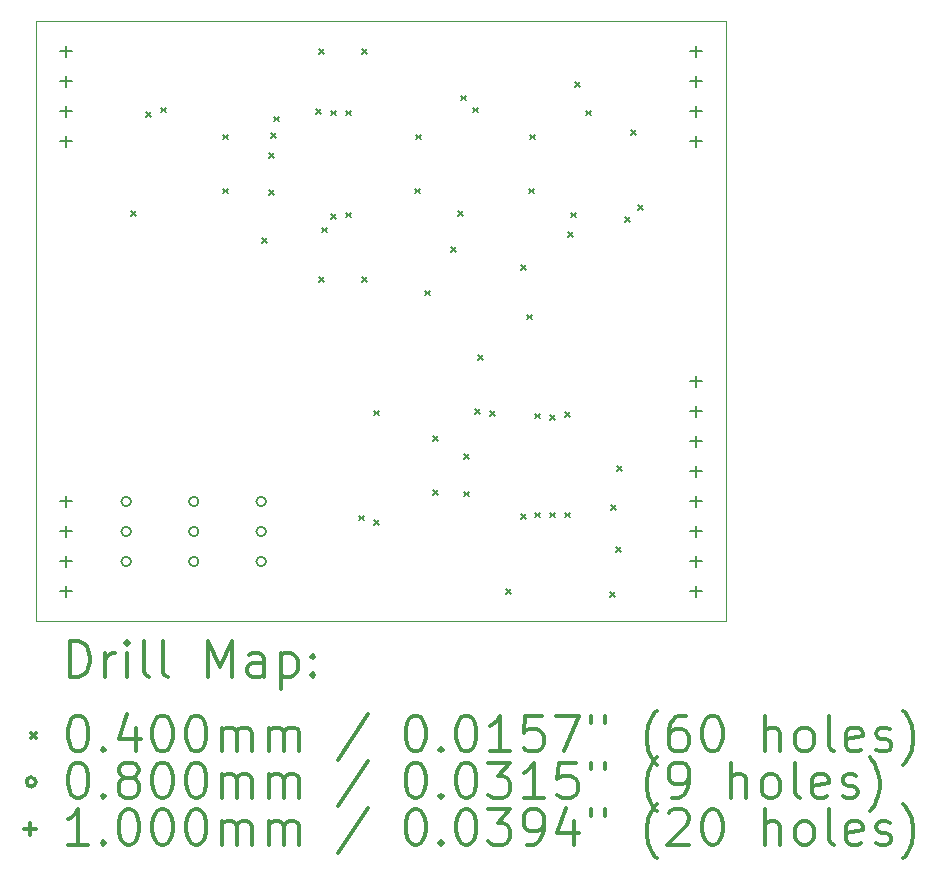
<source format=gbr>
%FSLAX45Y45*%
G04 Gerber Fmt 4.5, Leading zero omitted, Abs format (unit mm)*
G04 Created by KiCad (PCBNEW 5.1.10-88a1d61d58~90~ubuntu20.04.1) date 2021-09-06 13:30:36*
%MOMM*%
%LPD*%
G01*
G04 APERTURE LIST*
%TA.AperFunction,Profile*%
%ADD10C,0.050000*%
%TD*%
%ADD11C,0.200000*%
%ADD12C,0.300000*%
G04 APERTURE END LIST*
D10*
X14986000Y-6604000D02*
X9144000Y-6604000D01*
X14986000Y-11684000D02*
X14986000Y-6604000D01*
X9144000Y-11684000D02*
X14986000Y-11684000D01*
X9144000Y-6604000D02*
X9144000Y-11684000D01*
D11*
X9949500Y-8209600D02*
X9989500Y-8249600D01*
X9989500Y-8209600D02*
X9949500Y-8249600D01*
X10076500Y-7371400D02*
X10116500Y-7411400D01*
X10116500Y-7371400D02*
X10076500Y-7411400D01*
X10203500Y-7333300D02*
X10243500Y-7373300D01*
X10243500Y-7333300D02*
X10203500Y-7373300D01*
X10724200Y-7561900D02*
X10764200Y-7601900D01*
X10764200Y-7561900D02*
X10724200Y-7601900D01*
X10724200Y-8019100D02*
X10764200Y-8059100D01*
X10764200Y-8019100D02*
X10724200Y-8059100D01*
X11054400Y-8438200D02*
X11094400Y-8478200D01*
X11094400Y-8438200D02*
X11054400Y-8478200D01*
X11116600Y-7715600D02*
X11156600Y-7755600D01*
X11156600Y-7715600D02*
X11116600Y-7755600D01*
X11117900Y-8031800D02*
X11157900Y-8071800D01*
X11157900Y-8031800D02*
X11117900Y-8071800D01*
X11130600Y-7549200D02*
X11170600Y-7589200D01*
X11170600Y-7549200D02*
X11130600Y-7589200D01*
X11156000Y-7409500D02*
X11196000Y-7449500D01*
X11196000Y-7409500D02*
X11156000Y-7449500D01*
X11511600Y-7346000D02*
X11551600Y-7386000D01*
X11551600Y-7346000D02*
X11511600Y-7386000D01*
X11537000Y-6838000D02*
X11577000Y-6878000D01*
X11577000Y-6838000D02*
X11537000Y-6878000D01*
X11537000Y-8768400D02*
X11577000Y-8808400D01*
X11577000Y-8768400D02*
X11537000Y-8808400D01*
X11562400Y-8349300D02*
X11602400Y-8389300D01*
X11602400Y-8349300D02*
X11562400Y-8389300D01*
X11638600Y-7358700D02*
X11678600Y-7398700D01*
X11678600Y-7358700D02*
X11638600Y-7398700D01*
X11638600Y-8235000D02*
X11678600Y-8275000D01*
X11678600Y-8235000D02*
X11638600Y-8275000D01*
X11765600Y-7358700D02*
X11805600Y-7398700D01*
X11805600Y-7358700D02*
X11765600Y-7398700D01*
X11765600Y-8222300D02*
X11805600Y-8262300D01*
X11805600Y-8222300D02*
X11765600Y-8262300D01*
X11879900Y-10787700D02*
X11919900Y-10827700D01*
X11919900Y-10787700D02*
X11879900Y-10827700D01*
X11905300Y-6838000D02*
X11945300Y-6878000D01*
X11945300Y-6838000D02*
X11905300Y-6878000D01*
X11905300Y-8768400D02*
X11945300Y-8808400D01*
X11945300Y-8768400D02*
X11905300Y-8808400D01*
X12006900Y-9898700D02*
X12046900Y-9938700D01*
X12046900Y-9898700D02*
X12006900Y-9938700D01*
X12006900Y-10825800D02*
X12046900Y-10865800D01*
X12046900Y-10825800D02*
X12006900Y-10865800D01*
X12349800Y-8019100D02*
X12389800Y-8059100D01*
X12389800Y-8019100D02*
X12349800Y-8059100D01*
X12362500Y-7561900D02*
X12402500Y-7601900D01*
X12402500Y-7561900D02*
X12362500Y-7601900D01*
X12438700Y-8882700D02*
X12478700Y-8922700D01*
X12478700Y-8882700D02*
X12438700Y-8922700D01*
X12502200Y-10114600D02*
X12542200Y-10154600D01*
X12542200Y-10114600D02*
X12502200Y-10154600D01*
X12502200Y-10571800D02*
X12542200Y-10611800D01*
X12542200Y-10571800D02*
X12502200Y-10611800D01*
X12654600Y-8514400D02*
X12694600Y-8554400D01*
X12694600Y-8514400D02*
X12654600Y-8554400D01*
X12718100Y-8209600D02*
X12758100Y-8249600D01*
X12758100Y-8209600D02*
X12718100Y-8249600D01*
X12743500Y-7231700D02*
X12783500Y-7271700D01*
X12783500Y-7231700D02*
X12743500Y-7271700D01*
X12768900Y-10267000D02*
X12808900Y-10307000D01*
X12808900Y-10267000D02*
X12768900Y-10307000D01*
X12768900Y-10584500D02*
X12808900Y-10624500D01*
X12808900Y-10584500D02*
X12768900Y-10624500D01*
X12845100Y-7333299D02*
X12885100Y-7373299D01*
X12885100Y-7333299D02*
X12845100Y-7373299D01*
X12857800Y-9886000D02*
X12897800Y-9926000D01*
X12897800Y-9886000D02*
X12857800Y-9926000D01*
X12883200Y-9428800D02*
X12923200Y-9468800D01*
X12923200Y-9428800D02*
X12883200Y-9468800D01*
X12989900Y-9903800D02*
X13029900Y-9943800D01*
X13029900Y-9903800D02*
X12989900Y-9943800D01*
X13124500Y-11410000D02*
X13164500Y-11450000D01*
X13164500Y-11410000D02*
X13124500Y-11450000D01*
X13251500Y-8666800D02*
X13291500Y-8706800D01*
X13291500Y-8666800D02*
X13251500Y-8706800D01*
X13251500Y-10775000D02*
X13291500Y-10815000D01*
X13291500Y-10775000D02*
X13251500Y-10815000D01*
X13302300Y-9085900D02*
X13342300Y-9125900D01*
X13342300Y-9085900D02*
X13302300Y-9125900D01*
X13315000Y-8019100D02*
X13355000Y-8059100D01*
X13355000Y-8019100D02*
X13315000Y-8059100D01*
X13327700Y-7561900D02*
X13367700Y-7601900D01*
X13367700Y-7561900D02*
X13327700Y-7601900D01*
X13365800Y-9924100D02*
X13405800Y-9964100D01*
X13405800Y-9924100D02*
X13365800Y-9964100D01*
X13365800Y-10762300D02*
X13405800Y-10802300D01*
X13405800Y-10762300D02*
X13365800Y-10802300D01*
X13492800Y-9936800D02*
X13532800Y-9976800D01*
X13532800Y-9936800D02*
X13492800Y-9976800D01*
X13492800Y-10762300D02*
X13532800Y-10802300D01*
X13532800Y-10762300D02*
X13492800Y-10802300D01*
X13619800Y-9911400D02*
X13659800Y-9951400D01*
X13659800Y-9911400D02*
X13619800Y-9951400D01*
X13619800Y-10762300D02*
X13659800Y-10802300D01*
X13659800Y-10762300D02*
X13619800Y-10802300D01*
X13645200Y-8387400D02*
X13685200Y-8427400D01*
X13685200Y-8387400D02*
X13645200Y-8427400D01*
X13670600Y-8222300D02*
X13710600Y-8262300D01*
X13710600Y-8222300D02*
X13670600Y-8262300D01*
X13708700Y-7117400D02*
X13748700Y-7157400D01*
X13748700Y-7117400D02*
X13708700Y-7157400D01*
X13797600Y-7358700D02*
X13837600Y-7398700D01*
X13837600Y-7358700D02*
X13797600Y-7398700D01*
X14000800Y-11435400D02*
X14040800Y-11475400D01*
X14040800Y-11435400D02*
X14000800Y-11475400D01*
X14013500Y-10698800D02*
X14053500Y-10738800D01*
X14053500Y-10698800D02*
X14013500Y-10738800D01*
X14051600Y-11054400D02*
X14091600Y-11094400D01*
X14091600Y-11054400D02*
X14051600Y-11094400D01*
X14064300Y-10368600D02*
X14104300Y-10408600D01*
X14104300Y-10368600D02*
X14064300Y-10408600D01*
X14127800Y-8260400D02*
X14167800Y-8300400D01*
X14167800Y-8260400D02*
X14127800Y-8300400D01*
X14178600Y-7523800D02*
X14218600Y-7563800D01*
X14218600Y-7523800D02*
X14178600Y-7563800D01*
X14242100Y-8158800D02*
X14282100Y-8198800D01*
X14282100Y-8158800D02*
X14242100Y-8198800D01*
X9946000Y-10668000D02*
G75*
G03*
X9946000Y-10668000I-40000J0D01*
G01*
X9946000Y-10922000D02*
G75*
G03*
X9946000Y-10922000I-40000J0D01*
G01*
X9946000Y-11176000D02*
G75*
G03*
X9946000Y-11176000I-40000J0D01*
G01*
X10517500Y-10668000D02*
G75*
G03*
X10517500Y-10668000I-40000J0D01*
G01*
X10517500Y-10922000D02*
G75*
G03*
X10517500Y-10922000I-40000J0D01*
G01*
X10517500Y-11176000D02*
G75*
G03*
X10517500Y-11176000I-40000J0D01*
G01*
X11089000Y-10668000D02*
G75*
G03*
X11089000Y-10668000I-40000J0D01*
G01*
X11089000Y-10922000D02*
G75*
G03*
X11089000Y-10922000I-40000J0D01*
G01*
X11089000Y-11176000D02*
G75*
G03*
X11089000Y-11176000I-40000J0D01*
G01*
X9398000Y-6808000D02*
X9398000Y-6908000D01*
X9348000Y-6858000D02*
X9448000Y-6858000D01*
X9398000Y-7062000D02*
X9398000Y-7162000D01*
X9348000Y-7112000D02*
X9448000Y-7112000D01*
X9398000Y-7316000D02*
X9398000Y-7416000D01*
X9348000Y-7366000D02*
X9448000Y-7366000D01*
X9398000Y-7570000D02*
X9398000Y-7670000D01*
X9348000Y-7620000D02*
X9448000Y-7620000D01*
X9398000Y-10618000D02*
X9398000Y-10718000D01*
X9348000Y-10668000D02*
X9448000Y-10668000D01*
X9398000Y-10872000D02*
X9398000Y-10972000D01*
X9348000Y-10922000D02*
X9448000Y-10922000D01*
X9398000Y-11126000D02*
X9398000Y-11226000D01*
X9348000Y-11176000D02*
X9448000Y-11176000D01*
X9398000Y-11380000D02*
X9398000Y-11480000D01*
X9348000Y-11430000D02*
X9448000Y-11430000D01*
X14732000Y-6808000D02*
X14732000Y-6908000D01*
X14682000Y-6858000D02*
X14782000Y-6858000D01*
X14732000Y-7062000D02*
X14732000Y-7162000D01*
X14682000Y-7112000D02*
X14782000Y-7112000D01*
X14732000Y-7316000D02*
X14732000Y-7416000D01*
X14682000Y-7366000D02*
X14782000Y-7366000D01*
X14732000Y-7570000D02*
X14732000Y-7670000D01*
X14682000Y-7620000D02*
X14782000Y-7620000D01*
X14732000Y-9602000D02*
X14732000Y-9702000D01*
X14682000Y-9652000D02*
X14782000Y-9652000D01*
X14732000Y-9856000D02*
X14732000Y-9956000D01*
X14682000Y-9906000D02*
X14782000Y-9906000D01*
X14732000Y-10110000D02*
X14732000Y-10210000D01*
X14682000Y-10160000D02*
X14782000Y-10160000D01*
X14732000Y-10364000D02*
X14732000Y-10464000D01*
X14682000Y-10414000D02*
X14782000Y-10414000D01*
X14732000Y-10618000D02*
X14732000Y-10718000D01*
X14682000Y-10668000D02*
X14782000Y-10668000D01*
X14732000Y-10872000D02*
X14732000Y-10972000D01*
X14682000Y-10922000D02*
X14782000Y-10922000D01*
X14732000Y-11126000D02*
X14732000Y-11226000D01*
X14682000Y-11176000D02*
X14782000Y-11176000D01*
X14732000Y-11380000D02*
X14732000Y-11480000D01*
X14682000Y-11430000D02*
X14782000Y-11430000D01*
D12*
X9427928Y-12152214D02*
X9427928Y-11852214D01*
X9499357Y-11852214D01*
X9542214Y-11866500D01*
X9570786Y-11895071D01*
X9585071Y-11923643D01*
X9599357Y-11980786D01*
X9599357Y-12023643D01*
X9585071Y-12080786D01*
X9570786Y-12109357D01*
X9542214Y-12137929D01*
X9499357Y-12152214D01*
X9427928Y-12152214D01*
X9727928Y-12152214D02*
X9727928Y-11952214D01*
X9727928Y-12009357D02*
X9742214Y-11980786D01*
X9756500Y-11966500D01*
X9785071Y-11952214D01*
X9813643Y-11952214D01*
X9913643Y-12152214D02*
X9913643Y-11952214D01*
X9913643Y-11852214D02*
X9899357Y-11866500D01*
X9913643Y-11880786D01*
X9927928Y-11866500D01*
X9913643Y-11852214D01*
X9913643Y-11880786D01*
X10099357Y-12152214D02*
X10070786Y-12137929D01*
X10056500Y-12109357D01*
X10056500Y-11852214D01*
X10256500Y-12152214D02*
X10227928Y-12137929D01*
X10213643Y-12109357D01*
X10213643Y-11852214D01*
X10599357Y-12152214D02*
X10599357Y-11852214D01*
X10699357Y-12066500D01*
X10799357Y-11852214D01*
X10799357Y-12152214D01*
X11070786Y-12152214D02*
X11070786Y-11995071D01*
X11056500Y-11966500D01*
X11027928Y-11952214D01*
X10970786Y-11952214D01*
X10942214Y-11966500D01*
X11070786Y-12137929D02*
X11042214Y-12152214D01*
X10970786Y-12152214D01*
X10942214Y-12137929D01*
X10927928Y-12109357D01*
X10927928Y-12080786D01*
X10942214Y-12052214D01*
X10970786Y-12037929D01*
X11042214Y-12037929D01*
X11070786Y-12023643D01*
X11213643Y-11952214D02*
X11213643Y-12252214D01*
X11213643Y-11966500D02*
X11242214Y-11952214D01*
X11299357Y-11952214D01*
X11327928Y-11966500D01*
X11342214Y-11980786D01*
X11356500Y-12009357D01*
X11356500Y-12095071D01*
X11342214Y-12123643D01*
X11327928Y-12137929D01*
X11299357Y-12152214D01*
X11242214Y-12152214D01*
X11213643Y-12137929D01*
X11485071Y-12123643D02*
X11499357Y-12137929D01*
X11485071Y-12152214D01*
X11470786Y-12137929D01*
X11485071Y-12123643D01*
X11485071Y-12152214D01*
X11485071Y-11966500D02*
X11499357Y-11980786D01*
X11485071Y-11995071D01*
X11470786Y-11980786D01*
X11485071Y-11966500D01*
X11485071Y-11995071D01*
X9101500Y-12626500D02*
X9141500Y-12666500D01*
X9141500Y-12626500D02*
X9101500Y-12666500D01*
X9485071Y-12482214D02*
X9513643Y-12482214D01*
X9542214Y-12496500D01*
X9556500Y-12510786D01*
X9570786Y-12539357D01*
X9585071Y-12596500D01*
X9585071Y-12667929D01*
X9570786Y-12725071D01*
X9556500Y-12753643D01*
X9542214Y-12767929D01*
X9513643Y-12782214D01*
X9485071Y-12782214D01*
X9456500Y-12767929D01*
X9442214Y-12753643D01*
X9427928Y-12725071D01*
X9413643Y-12667929D01*
X9413643Y-12596500D01*
X9427928Y-12539357D01*
X9442214Y-12510786D01*
X9456500Y-12496500D01*
X9485071Y-12482214D01*
X9713643Y-12753643D02*
X9727928Y-12767929D01*
X9713643Y-12782214D01*
X9699357Y-12767929D01*
X9713643Y-12753643D01*
X9713643Y-12782214D01*
X9985071Y-12582214D02*
X9985071Y-12782214D01*
X9913643Y-12467929D02*
X9842214Y-12682214D01*
X10027928Y-12682214D01*
X10199357Y-12482214D02*
X10227928Y-12482214D01*
X10256500Y-12496500D01*
X10270786Y-12510786D01*
X10285071Y-12539357D01*
X10299357Y-12596500D01*
X10299357Y-12667929D01*
X10285071Y-12725071D01*
X10270786Y-12753643D01*
X10256500Y-12767929D01*
X10227928Y-12782214D01*
X10199357Y-12782214D01*
X10170786Y-12767929D01*
X10156500Y-12753643D01*
X10142214Y-12725071D01*
X10127928Y-12667929D01*
X10127928Y-12596500D01*
X10142214Y-12539357D01*
X10156500Y-12510786D01*
X10170786Y-12496500D01*
X10199357Y-12482214D01*
X10485071Y-12482214D02*
X10513643Y-12482214D01*
X10542214Y-12496500D01*
X10556500Y-12510786D01*
X10570786Y-12539357D01*
X10585071Y-12596500D01*
X10585071Y-12667929D01*
X10570786Y-12725071D01*
X10556500Y-12753643D01*
X10542214Y-12767929D01*
X10513643Y-12782214D01*
X10485071Y-12782214D01*
X10456500Y-12767929D01*
X10442214Y-12753643D01*
X10427928Y-12725071D01*
X10413643Y-12667929D01*
X10413643Y-12596500D01*
X10427928Y-12539357D01*
X10442214Y-12510786D01*
X10456500Y-12496500D01*
X10485071Y-12482214D01*
X10713643Y-12782214D02*
X10713643Y-12582214D01*
X10713643Y-12610786D02*
X10727928Y-12596500D01*
X10756500Y-12582214D01*
X10799357Y-12582214D01*
X10827928Y-12596500D01*
X10842214Y-12625071D01*
X10842214Y-12782214D01*
X10842214Y-12625071D02*
X10856500Y-12596500D01*
X10885071Y-12582214D01*
X10927928Y-12582214D01*
X10956500Y-12596500D01*
X10970786Y-12625071D01*
X10970786Y-12782214D01*
X11113643Y-12782214D02*
X11113643Y-12582214D01*
X11113643Y-12610786D02*
X11127928Y-12596500D01*
X11156500Y-12582214D01*
X11199357Y-12582214D01*
X11227928Y-12596500D01*
X11242214Y-12625071D01*
X11242214Y-12782214D01*
X11242214Y-12625071D02*
X11256500Y-12596500D01*
X11285071Y-12582214D01*
X11327928Y-12582214D01*
X11356500Y-12596500D01*
X11370786Y-12625071D01*
X11370786Y-12782214D01*
X11956500Y-12467929D02*
X11699357Y-12853643D01*
X12342214Y-12482214D02*
X12370786Y-12482214D01*
X12399357Y-12496500D01*
X12413643Y-12510786D01*
X12427928Y-12539357D01*
X12442214Y-12596500D01*
X12442214Y-12667929D01*
X12427928Y-12725071D01*
X12413643Y-12753643D01*
X12399357Y-12767929D01*
X12370786Y-12782214D01*
X12342214Y-12782214D01*
X12313643Y-12767929D01*
X12299357Y-12753643D01*
X12285071Y-12725071D01*
X12270786Y-12667929D01*
X12270786Y-12596500D01*
X12285071Y-12539357D01*
X12299357Y-12510786D01*
X12313643Y-12496500D01*
X12342214Y-12482214D01*
X12570786Y-12753643D02*
X12585071Y-12767929D01*
X12570786Y-12782214D01*
X12556500Y-12767929D01*
X12570786Y-12753643D01*
X12570786Y-12782214D01*
X12770786Y-12482214D02*
X12799357Y-12482214D01*
X12827928Y-12496500D01*
X12842214Y-12510786D01*
X12856500Y-12539357D01*
X12870786Y-12596500D01*
X12870786Y-12667929D01*
X12856500Y-12725071D01*
X12842214Y-12753643D01*
X12827928Y-12767929D01*
X12799357Y-12782214D01*
X12770786Y-12782214D01*
X12742214Y-12767929D01*
X12727928Y-12753643D01*
X12713643Y-12725071D01*
X12699357Y-12667929D01*
X12699357Y-12596500D01*
X12713643Y-12539357D01*
X12727928Y-12510786D01*
X12742214Y-12496500D01*
X12770786Y-12482214D01*
X13156500Y-12782214D02*
X12985071Y-12782214D01*
X13070786Y-12782214D02*
X13070786Y-12482214D01*
X13042214Y-12525071D01*
X13013643Y-12553643D01*
X12985071Y-12567929D01*
X13427928Y-12482214D02*
X13285071Y-12482214D01*
X13270786Y-12625071D01*
X13285071Y-12610786D01*
X13313643Y-12596500D01*
X13385071Y-12596500D01*
X13413643Y-12610786D01*
X13427928Y-12625071D01*
X13442214Y-12653643D01*
X13442214Y-12725071D01*
X13427928Y-12753643D01*
X13413643Y-12767929D01*
X13385071Y-12782214D01*
X13313643Y-12782214D01*
X13285071Y-12767929D01*
X13270786Y-12753643D01*
X13542214Y-12482214D02*
X13742214Y-12482214D01*
X13613643Y-12782214D01*
X13842214Y-12482214D02*
X13842214Y-12539357D01*
X13956500Y-12482214D02*
X13956500Y-12539357D01*
X14399357Y-12896500D02*
X14385071Y-12882214D01*
X14356500Y-12839357D01*
X14342214Y-12810786D01*
X14327928Y-12767929D01*
X14313643Y-12696500D01*
X14313643Y-12639357D01*
X14327928Y-12567929D01*
X14342214Y-12525071D01*
X14356500Y-12496500D01*
X14385071Y-12453643D01*
X14399357Y-12439357D01*
X14642214Y-12482214D02*
X14585071Y-12482214D01*
X14556500Y-12496500D01*
X14542214Y-12510786D01*
X14513643Y-12553643D01*
X14499357Y-12610786D01*
X14499357Y-12725071D01*
X14513643Y-12753643D01*
X14527928Y-12767929D01*
X14556500Y-12782214D01*
X14613643Y-12782214D01*
X14642214Y-12767929D01*
X14656500Y-12753643D01*
X14670786Y-12725071D01*
X14670786Y-12653643D01*
X14656500Y-12625071D01*
X14642214Y-12610786D01*
X14613643Y-12596500D01*
X14556500Y-12596500D01*
X14527928Y-12610786D01*
X14513643Y-12625071D01*
X14499357Y-12653643D01*
X14856500Y-12482214D02*
X14885071Y-12482214D01*
X14913643Y-12496500D01*
X14927928Y-12510786D01*
X14942214Y-12539357D01*
X14956500Y-12596500D01*
X14956500Y-12667929D01*
X14942214Y-12725071D01*
X14927928Y-12753643D01*
X14913643Y-12767929D01*
X14885071Y-12782214D01*
X14856500Y-12782214D01*
X14827928Y-12767929D01*
X14813643Y-12753643D01*
X14799357Y-12725071D01*
X14785071Y-12667929D01*
X14785071Y-12596500D01*
X14799357Y-12539357D01*
X14813643Y-12510786D01*
X14827928Y-12496500D01*
X14856500Y-12482214D01*
X15313643Y-12782214D02*
X15313643Y-12482214D01*
X15442214Y-12782214D02*
X15442214Y-12625071D01*
X15427928Y-12596500D01*
X15399357Y-12582214D01*
X15356500Y-12582214D01*
X15327928Y-12596500D01*
X15313643Y-12610786D01*
X15627928Y-12782214D02*
X15599357Y-12767929D01*
X15585071Y-12753643D01*
X15570786Y-12725071D01*
X15570786Y-12639357D01*
X15585071Y-12610786D01*
X15599357Y-12596500D01*
X15627928Y-12582214D01*
X15670786Y-12582214D01*
X15699357Y-12596500D01*
X15713643Y-12610786D01*
X15727928Y-12639357D01*
X15727928Y-12725071D01*
X15713643Y-12753643D01*
X15699357Y-12767929D01*
X15670786Y-12782214D01*
X15627928Y-12782214D01*
X15899357Y-12782214D02*
X15870786Y-12767929D01*
X15856500Y-12739357D01*
X15856500Y-12482214D01*
X16127928Y-12767929D02*
X16099357Y-12782214D01*
X16042214Y-12782214D01*
X16013643Y-12767929D01*
X15999357Y-12739357D01*
X15999357Y-12625071D01*
X16013643Y-12596500D01*
X16042214Y-12582214D01*
X16099357Y-12582214D01*
X16127928Y-12596500D01*
X16142214Y-12625071D01*
X16142214Y-12653643D01*
X15999357Y-12682214D01*
X16256500Y-12767929D02*
X16285071Y-12782214D01*
X16342214Y-12782214D01*
X16370786Y-12767929D01*
X16385071Y-12739357D01*
X16385071Y-12725071D01*
X16370786Y-12696500D01*
X16342214Y-12682214D01*
X16299357Y-12682214D01*
X16270786Y-12667929D01*
X16256500Y-12639357D01*
X16256500Y-12625071D01*
X16270786Y-12596500D01*
X16299357Y-12582214D01*
X16342214Y-12582214D01*
X16370786Y-12596500D01*
X16485071Y-12896500D02*
X16499357Y-12882214D01*
X16527928Y-12839357D01*
X16542214Y-12810786D01*
X16556500Y-12767929D01*
X16570786Y-12696500D01*
X16570786Y-12639357D01*
X16556500Y-12567929D01*
X16542214Y-12525071D01*
X16527928Y-12496500D01*
X16499357Y-12453643D01*
X16485071Y-12439357D01*
X9141500Y-13042500D02*
G75*
G03*
X9141500Y-13042500I-40000J0D01*
G01*
X9485071Y-12878214D02*
X9513643Y-12878214D01*
X9542214Y-12892500D01*
X9556500Y-12906786D01*
X9570786Y-12935357D01*
X9585071Y-12992500D01*
X9585071Y-13063929D01*
X9570786Y-13121071D01*
X9556500Y-13149643D01*
X9542214Y-13163929D01*
X9513643Y-13178214D01*
X9485071Y-13178214D01*
X9456500Y-13163929D01*
X9442214Y-13149643D01*
X9427928Y-13121071D01*
X9413643Y-13063929D01*
X9413643Y-12992500D01*
X9427928Y-12935357D01*
X9442214Y-12906786D01*
X9456500Y-12892500D01*
X9485071Y-12878214D01*
X9713643Y-13149643D02*
X9727928Y-13163929D01*
X9713643Y-13178214D01*
X9699357Y-13163929D01*
X9713643Y-13149643D01*
X9713643Y-13178214D01*
X9899357Y-13006786D02*
X9870786Y-12992500D01*
X9856500Y-12978214D01*
X9842214Y-12949643D01*
X9842214Y-12935357D01*
X9856500Y-12906786D01*
X9870786Y-12892500D01*
X9899357Y-12878214D01*
X9956500Y-12878214D01*
X9985071Y-12892500D01*
X9999357Y-12906786D01*
X10013643Y-12935357D01*
X10013643Y-12949643D01*
X9999357Y-12978214D01*
X9985071Y-12992500D01*
X9956500Y-13006786D01*
X9899357Y-13006786D01*
X9870786Y-13021071D01*
X9856500Y-13035357D01*
X9842214Y-13063929D01*
X9842214Y-13121071D01*
X9856500Y-13149643D01*
X9870786Y-13163929D01*
X9899357Y-13178214D01*
X9956500Y-13178214D01*
X9985071Y-13163929D01*
X9999357Y-13149643D01*
X10013643Y-13121071D01*
X10013643Y-13063929D01*
X9999357Y-13035357D01*
X9985071Y-13021071D01*
X9956500Y-13006786D01*
X10199357Y-12878214D02*
X10227928Y-12878214D01*
X10256500Y-12892500D01*
X10270786Y-12906786D01*
X10285071Y-12935357D01*
X10299357Y-12992500D01*
X10299357Y-13063929D01*
X10285071Y-13121071D01*
X10270786Y-13149643D01*
X10256500Y-13163929D01*
X10227928Y-13178214D01*
X10199357Y-13178214D01*
X10170786Y-13163929D01*
X10156500Y-13149643D01*
X10142214Y-13121071D01*
X10127928Y-13063929D01*
X10127928Y-12992500D01*
X10142214Y-12935357D01*
X10156500Y-12906786D01*
X10170786Y-12892500D01*
X10199357Y-12878214D01*
X10485071Y-12878214D02*
X10513643Y-12878214D01*
X10542214Y-12892500D01*
X10556500Y-12906786D01*
X10570786Y-12935357D01*
X10585071Y-12992500D01*
X10585071Y-13063929D01*
X10570786Y-13121071D01*
X10556500Y-13149643D01*
X10542214Y-13163929D01*
X10513643Y-13178214D01*
X10485071Y-13178214D01*
X10456500Y-13163929D01*
X10442214Y-13149643D01*
X10427928Y-13121071D01*
X10413643Y-13063929D01*
X10413643Y-12992500D01*
X10427928Y-12935357D01*
X10442214Y-12906786D01*
X10456500Y-12892500D01*
X10485071Y-12878214D01*
X10713643Y-13178214D02*
X10713643Y-12978214D01*
X10713643Y-13006786D02*
X10727928Y-12992500D01*
X10756500Y-12978214D01*
X10799357Y-12978214D01*
X10827928Y-12992500D01*
X10842214Y-13021071D01*
X10842214Y-13178214D01*
X10842214Y-13021071D02*
X10856500Y-12992500D01*
X10885071Y-12978214D01*
X10927928Y-12978214D01*
X10956500Y-12992500D01*
X10970786Y-13021071D01*
X10970786Y-13178214D01*
X11113643Y-13178214D02*
X11113643Y-12978214D01*
X11113643Y-13006786D02*
X11127928Y-12992500D01*
X11156500Y-12978214D01*
X11199357Y-12978214D01*
X11227928Y-12992500D01*
X11242214Y-13021071D01*
X11242214Y-13178214D01*
X11242214Y-13021071D02*
X11256500Y-12992500D01*
X11285071Y-12978214D01*
X11327928Y-12978214D01*
X11356500Y-12992500D01*
X11370786Y-13021071D01*
X11370786Y-13178214D01*
X11956500Y-12863929D02*
X11699357Y-13249643D01*
X12342214Y-12878214D02*
X12370786Y-12878214D01*
X12399357Y-12892500D01*
X12413643Y-12906786D01*
X12427928Y-12935357D01*
X12442214Y-12992500D01*
X12442214Y-13063929D01*
X12427928Y-13121071D01*
X12413643Y-13149643D01*
X12399357Y-13163929D01*
X12370786Y-13178214D01*
X12342214Y-13178214D01*
X12313643Y-13163929D01*
X12299357Y-13149643D01*
X12285071Y-13121071D01*
X12270786Y-13063929D01*
X12270786Y-12992500D01*
X12285071Y-12935357D01*
X12299357Y-12906786D01*
X12313643Y-12892500D01*
X12342214Y-12878214D01*
X12570786Y-13149643D02*
X12585071Y-13163929D01*
X12570786Y-13178214D01*
X12556500Y-13163929D01*
X12570786Y-13149643D01*
X12570786Y-13178214D01*
X12770786Y-12878214D02*
X12799357Y-12878214D01*
X12827928Y-12892500D01*
X12842214Y-12906786D01*
X12856500Y-12935357D01*
X12870786Y-12992500D01*
X12870786Y-13063929D01*
X12856500Y-13121071D01*
X12842214Y-13149643D01*
X12827928Y-13163929D01*
X12799357Y-13178214D01*
X12770786Y-13178214D01*
X12742214Y-13163929D01*
X12727928Y-13149643D01*
X12713643Y-13121071D01*
X12699357Y-13063929D01*
X12699357Y-12992500D01*
X12713643Y-12935357D01*
X12727928Y-12906786D01*
X12742214Y-12892500D01*
X12770786Y-12878214D01*
X12970786Y-12878214D02*
X13156500Y-12878214D01*
X13056500Y-12992500D01*
X13099357Y-12992500D01*
X13127928Y-13006786D01*
X13142214Y-13021071D01*
X13156500Y-13049643D01*
X13156500Y-13121071D01*
X13142214Y-13149643D01*
X13127928Y-13163929D01*
X13099357Y-13178214D01*
X13013643Y-13178214D01*
X12985071Y-13163929D01*
X12970786Y-13149643D01*
X13442214Y-13178214D02*
X13270786Y-13178214D01*
X13356500Y-13178214D02*
X13356500Y-12878214D01*
X13327928Y-12921071D01*
X13299357Y-12949643D01*
X13270786Y-12963929D01*
X13713643Y-12878214D02*
X13570786Y-12878214D01*
X13556500Y-13021071D01*
X13570786Y-13006786D01*
X13599357Y-12992500D01*
X13670786Y-12992500D01*
X13699357Y-13006786D01*
X13713643Y-13021071D01*
X13727928Y-13049643D01*
X13727928Y-13121071D01*
X13713643Y-13149643D01*
X13699357Y-13163929D01*
X13670786Y-13178214D01*
X13599357Y-13178214D01*
X13570786Y-13163929D01*
X13556500Y-13149643D01*
X13842214Y-12878214D02*
X13842214Y-12935357D01*
X13956500Y-12878214D02*
X13956500Y-12935357D01*
X14399357Y-13292500D02*
X14385071Y-13278214D01*
X14356500Y-13235357D01*
X14342214Y-13206786D01*
X14327928Y-13163929D01*
X14313643Y-13092500D01*
X14313643Y-13035357D01*
X14327928Y-12963929D01*
X14342214Y-12921071D01*
X14356500Y-12892500D01*
X14385071Y-12849643D01*
X14399357Y-12835357D01*
X14527928Y-13178214D02*
X14585071Y-13178214D01*
X14613643Y-13163929D01*
X14627928Y-13149643D01*
X14656500Y-13106786D01*
X14670786Y-13049643D01*
X14670786Y-12935357D01*
X14656500Y-12906786D01*
X14642214Y-12892500D01*
X14613643Y-12878214D01*
X14556500Y-12878214D01*
X14527928Y-12892500D01*
X14513643Y-12906786D01*
X14499357Y-12935357D01*
X14499357Y-13006786D01*
X14513643Y-13035357D01*
X14527928Y-13049643D01*
X14556500Y-13063929D01*
X14613643Y-13063929D01*
X14642214Y-13049643D01*
X14656500Y-13035357D01*
X14670786Y-13006786D01*
X15027928Y-13178214D02*
X15027928Y-12878214D01*
X15156500Y-13178214D02*
X15156500Y-13021071D01*
X15142214Y-12992500D01*
X15113643Y-12978214D01*
X15070786Y-12978214D01*
X15042214Y-12992500D01*
X15027928Y-13006786D01*
X15342214Y-13178214D02*
X15313643Y-13163929D01*
X15299357Y-13149643D01*
X15285071Y-13121071D01*
X15285071Y-13035357D01*
X15299357Y-13006786D01*
X15313643Y-12992500D01*
X15342214Y-12978214D01*
X15385071Y-12978214D01*
X15413643Y-12992500D01*
X15427928Y-13006786D01*
X15442214Y-13035357D01*
X15442214Y-13121071D01*
X15427928Y-13149643D01*
X15413643Y-13163929D01*
X15385071Y-13178214D01*
X15342214Y-13178214D01*
X15613643Y-13178214D02*
X15585071Y-13163929D01*
X15570786Y-13135357D01*
X15570786Y-12878214D01*
X15842214Y-13163929D02*
X15813643Y-13178214D01*
X15756500Y-13178214D01*
X15727928Y-13163929D01*
X15713643Y-13135357D01*
X15713643Y-13021071D01*
X15727928Y-12992500D01*
X15756500Y-12978214D01*
X15813643Y-12978214D01*
X15842214Y-12992500D01*
X15856500Y-13021071D01*
X15856500Y-13049643D01*
X15713643Y-13078214D01*
X15970786Y-13163929D02*
X15999357Y-13178214D01*
X16056500Y-13178214D01*
X16085071Y-13163929D01*
X16099357Y-13135357D01*
X16099357Y-13121071D01*
X16085071Y-13092500D01*
X16056500Y-13078214D01*
X16013643Y-13078214D01*
X15985071Y-13063929D01*
X15970786Y-13035357D01*
X15970786Y-13021071D01*
X15985071Y-12992500D01*
X16013643Y-12978214D01*
X16056500Y-12978214D01*
X16085071Y-12992500D01*
X16199357Y-13292500D02*
X16213643Y-13278214D01*
X16242214Y-13235357D01*
X16256500Y-13206786D01*
X16270786Y-13163929D01*
X16285071Y-13092500D01*
X16285071Y-13035357D01*
X16270786Y-12963929D01*
X16256500Y-12921071D01*
X16242214Y-12892500D01*
X16213643Y-12849643D01*
X16199357Y-12835357D01*
X9091500Y-13388500D02*
X9091500Y-13488500D01*
X9041500Y-13438500D02*
X9141500Y-13438500D01*
X9585071Y-13574214D02*
X9413643Y-13574214D01*
X9499357Y-13574214D02*
X9499357Y-13274214D01*
X9470786Y-13317071D01*
X9442214Y-13345643D01*
X9413643Y-13359929D01*
X9713643Y-13545643D02*
X9727928Y-13559929D01*
X9713643Y-13574214D01*
X9699357Y-13559929D01*
X9713643Y-13545643D01*
X9713643Y-13574214D01*
X9913643Y-13274214D02*
X9942214Y-13274214D01*
X9970786Y-13288500D01*
X9985071Y-13302786D01*
X9999357Y-13331357D01*
X10013643Y-13388500D01*
X10013643Y-13459929D01*
X9999357Y-13517071D01*
X9985071Y-13545643D01*
X9970786Y-13559929D01*
X9942214Y-13574214D01*
X9913643Y-13574214D01*
X9885071Y-13559929D01*
X9870786Y-13545643D01*
X9856500Y-13517071D01*
X9842214Y-13459929D01*
X9842214Y-13388500D01*
X9856500Y-13331357D01*
X9870786Y-13302786D01*
X9885071Y-13288500D01*
X9913643Y-13274214D01*
X10199357Y-13274214D02*
X10227928Y-13274214D01*
X10256500Y-13288500D01*
X10270786Y-13302786D01*
X10285071Y-13331357D01*
X10299357Y-13388500D01*
X10299357Y-13459929D01*
X10285071Y-13517071D01*
X10270786Y-13545643D01*
X10256500Y-13559929D01*
X10227928Y-13574214D01*
X10199357Y-13574214D01*
X10170786Y-13559929D01*
X10156500Y-13545643D01*
X10142214Y-13517071D01*
X10127928Y-13459929D01*
X10127928Y-13388500D01*
X10142214Y-13331357D01*
X10156500Y-13302786D01*
X10170786Y-13288500D01*
X10199357Y-13274214D01*
X10485071Y-13274214D02*
X10513643Y-13274214D01*
X10542214Y-13288500D01*
X10556500Y-13302786D01*
X10570786Y-13331357D01*
X10585071Y-13388500D01*
X10585071Y-13459929D01*
X10570786Y-13517071D01*
X10556500Y-13545643D01*
X10542214Y-13559929D01*
X10513643Y-13574214D01*
X10485071Y-13574214D01*
X10456500Y-13559929D01*
X10442214Y-13545643D01*
X10427928Y-13517071D01*
X10413643Y-13459929D01*
X10413643Y-13388500D01*
X10427928Y-13331357D01*
X10442214Y-13302786D01*
X10456500Y-13288500D01*
X10485071Y-13274214D01*
X10713643Y-13574214D02*
X10713643Y-13374214D01*
X10713643Y-13402786D02*
X10727928Y-13388500D01*
X10756500Y-13374214D01*
X10799357Y-13374214D01*
X10827928Y-13388500D01*
X10842214Y-13417071D01*
X10842214Y-13574214D01*
X10842214Y-13417071D02*
X10856500Y-13388500D01*
X10885071Y-13374214D01*
X10927928Y-13374214D01*
X10956500Y-13388500D01*
X10970786Y-13417071D01*
X10970786Y-13574214D01*
X11113643Y-13574214D02*
X11113643Y-13374214D01*
X11113643Y-13402786D02*
X11127928Y-13388500D01*
X11156500Y-13374214D01*
X11199357Y-13374214D01*
X11227928Y-13388500D01*
X11242214Y-13417071D01*
X11242214Y-13574214D01*
X11242214Y-13417071D02*
X11256500Y-13388500D01*
X11285071Y-13374214D01*
X11327928Y-13374214D01*
X11356500Y-13388500D01*
X11370786Y-13417071D01*
X11370786Y-13574214D01*
X11956500Y-13259929D02*
X11699357Y-13645643D01*
X12342214Y-13274214D02*
X12370786Y-13274214D01*
X12399357Y-13288500D01*
X12413643Y-13302786D01*
X12427928Y-13331357D01*
X12442214Y-13388500D01*
X12442214Y-13459929D01*
X12427928Y-13517071D01*
X12413643Y-13545643D01*
X12399357Y-13559929D01*
X12370786Y-13574214D01*
X12342214Y-13574214D01*
X12313643Y-13559929D01*
X12299357Y-13545643D01*
X12285071Y-13517071D01*
X12270786Y-13459929D01*
X12270786Y-13388500D01*
X12285071Y-13331357D01*
X12299357Y-13302786D01*
X12313643Y-13288500D01*
X12342214Y-13274214D01*
X12570786Y-13545643D02*
X12585071Y-13559929D01*
X12570786Y-13574214D01*
X12556500Y-13559929D01*
X12570786Y-13545643D01*
X12570786Y-13574214D01*
X12770786Y-13274214D02*
X12799357Y-13274214D01*
X12827928Y-13288500D01*
X12842214Y-13302786D01*
X12856500Y-13331357D01*
X12870786Y-13388500D01*
X12870786Y-13459929D01*
X12856500Y-13517071D01*
X12842214Y-13545643D01*
X12827928Y-13559929D01*
X12799357Y-13574214D01*
X12770786Y-13574214D01*
X12742214Y-13559929D01*
X12727928Y-13545643D01*
X12713643Y-13517071D01*
X12699357Y-13459929D01*
X12699357Y-13388500D01*
X12713643Y-13331357D01*
X12727928Y-13302786D01*
X12742214Y-13288500D01*
X12770786Y-13274214D01*
X12970786Y-13274214D02*
X13156500Y-13274214D01*
X13056500Y-13388500D01*
X13099357Y-13388500D01*
X13127928Y-13402786D01*
X13142214Y-13417071D01*
X13156500Y-13445643D01*
X13156500Y-13517071D01*
X13142214Y-13545643D01*
X13127928Y-13559929D01*
X13099357Y-13574214D01*
X13013643Y-13574214D01*
X12985071Y-13559929D01*
X12970786Y-13545643D01*
X13299357Y-13574214D02*
X13356500Y-13574214D01*
X13385071Y-13559929D01*
X13399357Y-13545643D01*
X13427928Y-13502786D01*
X13442214Y-13445643D01*
X13442214Y-13331357D01*
X13427928Y-13302786D01*
X13413643Y-13288500D01*
X13385071Y-13274214D01*
X13327928Y-13274214D01*
X13299357Y-13288500D01*
X13285071Y-13302786D01*
X13270786Y-13331357D01*
X13270786Y-13402786D01*
X13285071Y-13431357D01*
X13299357Y-13445643D01*
X13327928Y-13459929D01*
X13385071Y-13459929D01*
X13413643Y-13445643D01*
X13427928Y-13431357D01*
X13442214Y-13402786D01*
X13699357Y-13374214D02*
X13699357Y-13574214D01*
X13627928Y-13259929D02*
X13556500Y-13474214D01*
X13742214Y-13474214D01*
X13842214Y-13274214D02*
X13842214Y-13331357D01*
X13956500Y-13274214D02*
X13956500Y-13331357D01*
X14399357Y-13688500D02*
X14385071Y-13674214D01*
X14356500Y-13631357D01*
X14342214Y-13602786D01*
X14327928Y-13559929D01*
X14313643Y-13488500D01*
X14313643Y-13431357D01*
X14327928Y-13359929D01*
X14342214Y-13317071D01*
X14356500Y-13288500D01*
X14385071Y-13245643D01*
X14399357Y-13231357D01*
X14499357Y-13302786D02*
X14513643Y-13288500D01*
X14542214Y-13274214D01*
X14613643Y-13274214D01*
X14642214Y-13288500D01*
X14656500Y-13302786D01*
X14670786Y-13331357D01*
X14670786Y-13359929D01*
X14656500Y-13402786D01*
X14485071Y-13574214D01*
X14670786Y-13574214D01*
X14856500Y-13274214D02*
X14885071Y-13274214D01*
X14913643Y-13288500D01*
X14927928Y-13302786D01*
X14942214Y-13331357D01*
X14956500Y-13388500D01*
X14956500Y-13459929D01*
X14942214Y-13517071D01*
X14927928Y-13545643D01*
X14913643Y-13559929D01*
X14885071Y-13574214D01*
X14856500Y-13574214D01*
X14827928Y-13559929D01*
X14813643Y-13545643D01*
X14799357Y-13517071D01*
X14785071Y-13459929D01*
X14785071Y-13388500D01*
X14799357Y-13331357D01*
X14813643Y-13302786D01*
X14827928Y-13288500D01*
X14856500Y-13274214D01*
X15313643Y-13574214D02*
X15313643Y-13274214D01*
X15442214Y-13574214D02*
X15442214Y-13417071D01*
X15427928Y-13388500D01*
X15399357Y-13374214D01*
X15356500Y-13374214D01*
X15327928Y-13388500D01*
X15313643Y-13402786D01*
X15627928Y-13574214D02*
X15599357Y-13559929D01*
X15585071Y-13545643D01*
X15570786Y-13517071D01*
X15570786Y-13431357D01*
X15585071Y-13402786D01*
X15599357Y-13388500D01*
X15627928Y-13374214D01*
X15670786Y-13374214D01*
X15699357Y-13388500D01*
X15713643Y-13402786D01*
X15727928Y-13431357D01*
X15727928Y-13517071D01*
X15713643Y-13545643D01*
X15699357Y-13559929D01*
X15670786Y-13574214D01*
X15627928Y-13574214D01*
X15899357Y-13574214D02*
X15870786Y-13559929D01*
X15856500Y-13531357D01*
X15856500Y-13274214D01*
X16127928Y-13559929D02*
X16099357Y-13574214D01*
X16042214Y-13574214D01*
X16013643Y-13559929D01*
X15999357Y-13531357D01*
X15999357Y-13417071D01*
X16013643Y-13388500D01*
X16042214Y-13374214D01*
X16099357Y-13374214D01*
X16127928Y-13388500D01*
X16142214Y-13417071D01*
X16142214Y-13445643D01*
X15999357Y-13474214D01*
X16256500Y-13559929D02*
X16285071Y-13574214D01*
X16342214Y-13574214D01*
X16370786Y-13559929D01*
X16385071Y-13531357D01*
X16385071Y-13517071D01*
X16370786Y-13488500D01*
X16342214Y-13474214D01*
X16299357Y-13474214D01*
X16270786Y-13459929D01*
X16256500Y-13431357D01*
X16256500Y-13417071D01*
X16270786Y-13388500D01*
X16299357Y-13374214D01*
X16342214Y-13374214D01*
X16370786Y-13388500D01*
X16485071Y-13688500D02*
X16499357Y-13674214D01*
X16527928Y-13631357D01*
X16542214Y-13602786D01*
X16556500Y-13559929D01*
X16570786Y-13488500D01*
X16570786Y-13431357D01*
X16556500Y-13359929D01*
X16542214Y-13317071D01*
X16527928Y-13288500D01*
X16499357Y-13245643D01*
X16485071Y-13231357D01*
M02*

</source>
